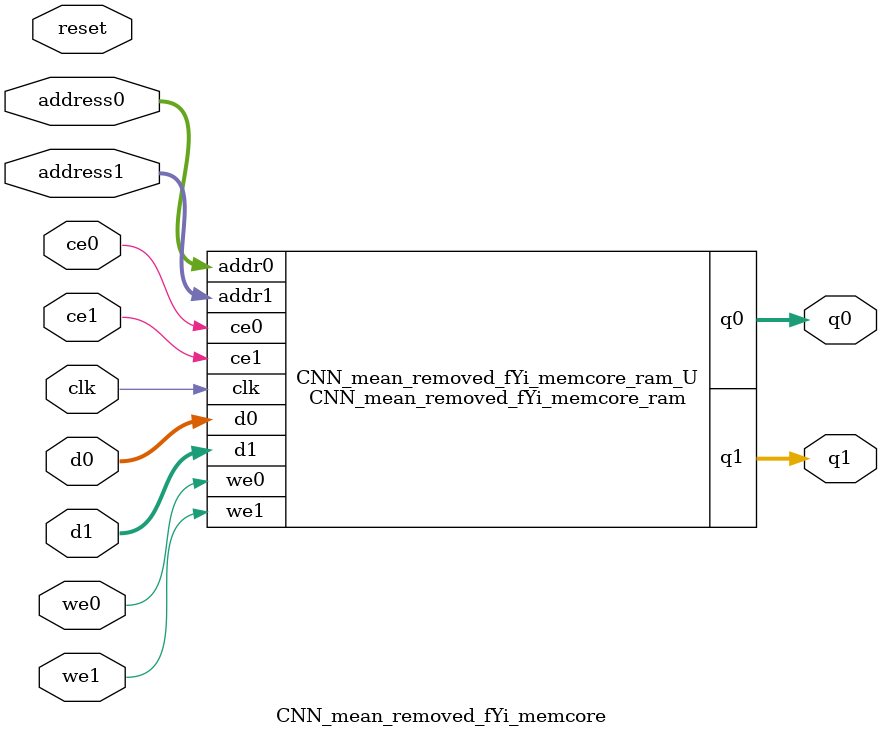
<source format=v>

`timescale 1 ns / 1 ps
module CNN_mean_removed_fYi_memcore_ram (addr0, ce0, d0, we0, q0, addr1, ce1, d1, we1, q1,  clk);

parameter DWIDTH = 18;
parameter AWIDTH = 6;
parameter MEM_SIZE = 56;

input[AWIDTH-1:0] addr0;
input ce0;
input[DWIDTH-1:0] d0;
input we0;
output reg[DWIDTH-1:0] q0;
input[AWIDTH-1:0] addr1;
input ce1;
input[DWIDTH-1:0] d1;
input we1;
output reg[DWIDTH-1:0] q1;
input clk;

(* ram_style = "distributed" *)reg [DWIDTH-1:0] ram[0:MEM_SIZE-1];




always @(posedge clk)  
begin 
    if (ce0) 
    begin
        if (we0) 
        begin 
            ram[addr0] <= d0; 
            q0 <= d0;
        end 
        else 
            q0 <= ram[addr0];
    end
end


always @(posedge clk)  
begin 
    if (ce1) 
    begin
        if (we1) 
        begin 
            ram[addr1] <= d1; 
            q1 <= d1;
        end 
        else 
            q1 <= ram[addr1];
    end
end


endmodule


`timescale 1 ns / 1 ps
module CNN_mean_removed_fYi_memcore(
    reset,
    clk,
    address0,
    ce0,
    we0,
    d0,
    q0,
    address1,
    ce1,
    we1,
    d1,
    q1);

parameter DataWidth = 32'd18;
parameter AddressRange = 32'd56;
parameter AddressWidth = 32'd6;
input reset;
input clk;
input[AddressWidth - 1:0] address0;
input ce0;
input we0;
input[DataWidth - 1:0] d0;
output[DataWidth - 1:0] q0;
input[AddressWidth - 1:0] address1;
input ce1;
input we1;
input[DataWidth - 1:0] d1;
output[DataWidth - 1:0] q1;



CNN_mean_removed_fYi_memcore_ram CNN_mean_removed_fYi_memcore_ram_U(
    .clk( clk ),
    .addr0( address0 ),
    .ce0( ce0 ),
    .we0( we0 ),
    .d0( d0 ),
    .q0( q0 ),
    .addr1( address1 ),
    .ce1( ce1 ),
    .we1( we1 ),
    .d1( d1 ),
    .q1( q1 ));

endmodule


</source>
